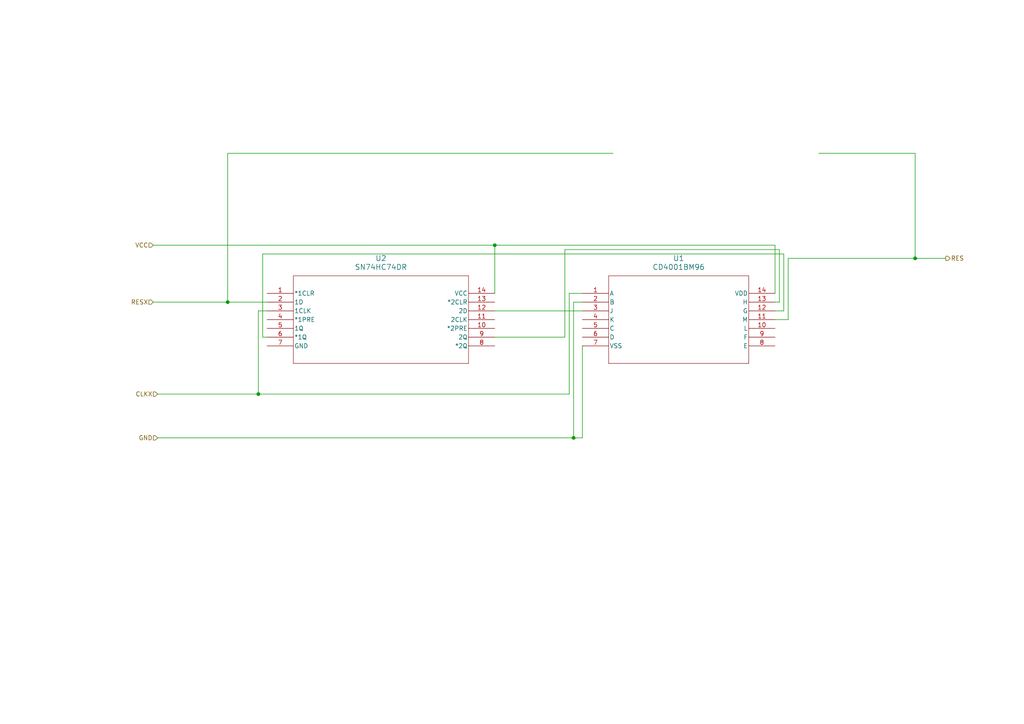
<source format=kicad_sch>
(kicad_sch (version 20231120) (generator "eeschema") (generator_version "8.0")
  (paper "A4")
  (lib_symbols
    (symbol "flip_flop:SN74HC74DR" (pin_names (offset 0.254))
      (property "Reference" "U" (at 33.02 10.16 0))
      (property "Value" "SN74HC74DR" (at 33.02 7.62 0))
      (symbol "SN74HC74DR_1_1"
        (polyline (pts (xy 7.62 -20.32) (xy 58.42 -20.32)) (stroke (width 0.127)))
        (polyline (pts (xy 7.62 5.08) (xy 7.62 -20.32)) (stroke (width 0.127)))
        (polyline (pts (xy 58.42 -20.32) (xy 58.42 5.08)) (stroke (width 0.127)))
        (polyline (pts (xy 58.42 5.08) (xy 7.62 5.08)) (stroke (width 0.127)))
        (pin input line (at 0 0 0) (length 7.62) (name "*1CLR") (number "1"))
        (pin input line (at 66.04 -10.16 180) (length 7.62) (name "*2PRE") (number "10"))
        (pin input line (at 66.04 -7.62 180) (length 7.62) (name "2CLK") (number "11"))
        (pin input line (at 66.04 -5.08 180) (length 7.62) (name "2D") (number "12"))
        (pin input line (at 66.04 -2.54 180) (length 7.62) (name "*2CLR") (number "13"))
        (pin power_in line (at 66.04 0 180) (length 7.62) (name "VCC") (number "14"))
        (pin input line (at 0 -2.54 0) (length 7.62) (name "1D") (number "2"))
        (pin input line (at 0 -5.08 0) (length 7.62) (name "1CLK") (number "3"))
        (pin input line (at 0 -7.62 0) (length 7.62) (name "*1PRE") (number "4"))
        (pin output line (at 0 -10.16 0) (length 7.62) (name "1Q") (number "5"))
        (pin output line (at 0 -12.7 0) (length 7.62) (name "*1Q") (number "6"))
        (pin power_in line (at 0 -15.24 0) (length 7.62) (name "GND") (number "7"))
        (pin output line (at 66.04 -15.24 180) (length 7.62) (name "*2Q") (number "8"))
        (pin output line (at 66.04 -12.7 180) (length 7.62) (name "2Q") (number "9"))
      )
    )
    (symbol "nor_gate:CD4001BM96" (pin_names (offset 0.254))
      (property "Reference" "U" (at 27.94 10.16 0))
      (property "Value" "CD4001BM96" (at 27.94 7.62 0))
      (symbol "CD4001BM96_1_1"
        (polyline (pts (xy 7.62 -20.32) (xy 48.26 -20.32)) (stroke (width 0.127)))
        (polyline (pts (xy 7.62 5.08) (xy 7.62 -20.32)) (stroke (width 0.127)))
        (polyline (pts (xy 48.26 -20.32) (xy 48.26 5.08)) (stroke (width 0.127)))
        (polyline (pts (xy 48.26 5.08) (xy 7.62 5.08)) (stroke (width 0.127)))
        (pin unspecified line (at 0 0 0) (length 7.62) (name "A") (number "1"))
        (pin unspecified line (at 55.88 -10.16 180) (length 7.62) (name "L") (number "10"))
        (pin unspecified line (at 55.88 -7.62 180) (length 7.62) (name "M") (number "11"))
        (pin unspecified line (at 55.88 -5.08 180) (length 7.62) (name "G") (number "12"))
        (pin unspecified line (at 55.88 -2.54 180) (length 7.62) (name "H") (number "13"))
        (pin power_in line (at 55.88 0 180) (length 7.62) (name "VDD") (number "14"))
        (pin unspecified line (at 0 -2.54 0) (length 7.62) (name "B") (number "2"))
        (pin unspecified line (at 0 -5.08 0) (length 7.62) (name "J") (number "3"))
        (pin unspecified line (at 0 -7.62 0) (length 7.62) (name "K") (number "4"))
        (pin unspecified line (at 0 -10.16 0) (length 7.62) (name "C") (number "5"))
        (pin unspecified line (at 0 -12.7 0) (length 7.62) (name "D") (number "6"))
        (pin power_in line (at 0 -15.24 0) (length 7.62) (name "VSS") (number "7"))
        (pin unspecified line (at 55.88 -15.24 180) (length 7.62) (name "E") (number "8"))
        (pin unspecified line (at 55.88 -12.7 180) (length 7.62) (name "F") (number "9"))
      )
    )
  )
  (junction (at 265.43 74.93))
  (junction (at 66.04 87.63))
  (junction (at 143.51 71.12))
  (junction (at 74.93 114.3))
  (junction (at 166.37 127))
  (wire (pts (xy 168.91 87.63) (xy 166.37 87.63)))
  (wire (pts (xy 44.45 71.12) (xy 143.51 71.12)))
  (wire (pts (xy 224.79 92.71) (xy 228.6 92.71)))
  (wire (pts (xy 77.47 97.79) (xy 76.2 97.79)))
  (wire (pts (xy 237.49 44.45) (xy 265.43 44.45)))
  (wire (pts (xy 166.37 87.63) (xy 166.37 127)))
  (wire (pts (xy 44.45 87.63) (xy 66.04 87.63)))
  (wire (pts (xy 168.91 100.33) (xy 168.91 127)))
  (wire (pts (xy 163.83 97.79) (xy 163.83 72.39)))
  (wire (pts (xy 228.6 92.71) (xy 228.6 74.93)))
  (wire (pts (xy 265.43 74.93) (xy 274.32 74.93)))
  (wire (pts (xy 143.51 90.17) (xy 168.91 90.17)))
  (wire (pts (xy 226.06 72.39) (xy 226.06 87.63)))
  (wire (pts (xy 165.1 114.3) (xy 165.1 85.09)))
  (wire (pts (xy 76.2 97.79) (xy 76.2 73.66)))
  (wire (pts (xy 224.79 85.09) (xy 224.79 71.12)))
  (wire (pts (xy 66.04 44.45) (xy 66.04 87.63)))
  (wire (pts (xy 66.04 87.63) (xy 77.47 87.63)))
  (wire (pts (xy 74.93 90.17) (xy 74.93 114.3)))
  (wire (pts (xy 45.72 127) (xy 166.37 127)))
  (wire (pts (xy 74.93 114.3) (xy 165.1 114.3)))
  (wire (pts (xy 165.1 85.09) (xy 168.91 85.09)))
  (wire (pts (xy 177.8 44.45) (xy 66.04 44.45)))
  (wire (pts (xy 224.79 71.12) (xy 143.51 71.12)))
  (wire (pts (xy 143.51 85.09) (xy 143.51 71.12)))
  (wire (pts (xy 45.72 114.3) (xy 74.93 114.3)))
  (wire (pts (xy 228.6 74.93) (xy 265.43 74.93)))
  (wire (pts (xy 227.33 73.66) (xy 227.33 90.17)))
  (wire (pts (xy 76.2 73.66) (xy 227.33 73.66)))
  (wire (pts (xy 143.51 97.79) (xy 163.83 97.79)))
  (wire (pts (xy 265.43 44.45) (xy 265.43 74.93)))
  (wire (pts (xy 227.33 90.17) (xy 224.79 90.17)))
  (wire (pts (xy 166.37 127) (xy 168.91 127)))
  (wire (pts (xy 226.06 87.63) (xy 224.79 87.63)))
  (wire (pts (xy 77.47 90.17) (xy 74.93 90.17)))
  (wire (pts (xy 163.83 72.39) (xy 226.06 72.39)))
  (hierarchical_label "VCC" (shape input) (at 44.45 71.12 180))
  (hierarchical_label "RES" (shape output) (at 274.32 74.93 0))
  (hierarchical_label "CLKX" (shape input) (at 45.72 114.3 180))
  (hierarchical_label "RESX" (shape input) (at 44.45 87.63 180))
  (hierarchical_label "GND" (shape input) (at 45.72 127 180))
  (symbol (lib_id "nor_gate:CD4001BM96") (at 168.91 85.09 0) (unit 1)
    (property "Reference" "U1" (at 196.85 74.93 0) (effects (font (size 1.524 1.524))))
    (property "Value" "CD4001BM96" (at 196.85 77.47 0) (effects (font (size 1.524 1.524))))
    (property "Footprint" "D14" (effects (hide yes)))
    (property "Datasheet" "CD4001BM96" (effects (hide yes)))
  )
  (symbol (lib_id "flip_flop:SN74HC74DR") (at 77.47 85.09 0) (unit 1)
    (property "Reference" "U2" (at 110.49 74.93 0) (effects (font (size 1.524 1.524))))
    (property "Value" "SN74HC74DR" (at 110.49 77.47 0) (effects (font (size 1.524 1.524))))
    (property "Footprint" "D14" (effects (hide yes)))
    (property "Datasheet" "SN74HC74DR" (effects (hide yes)))
  )
)
</source>
